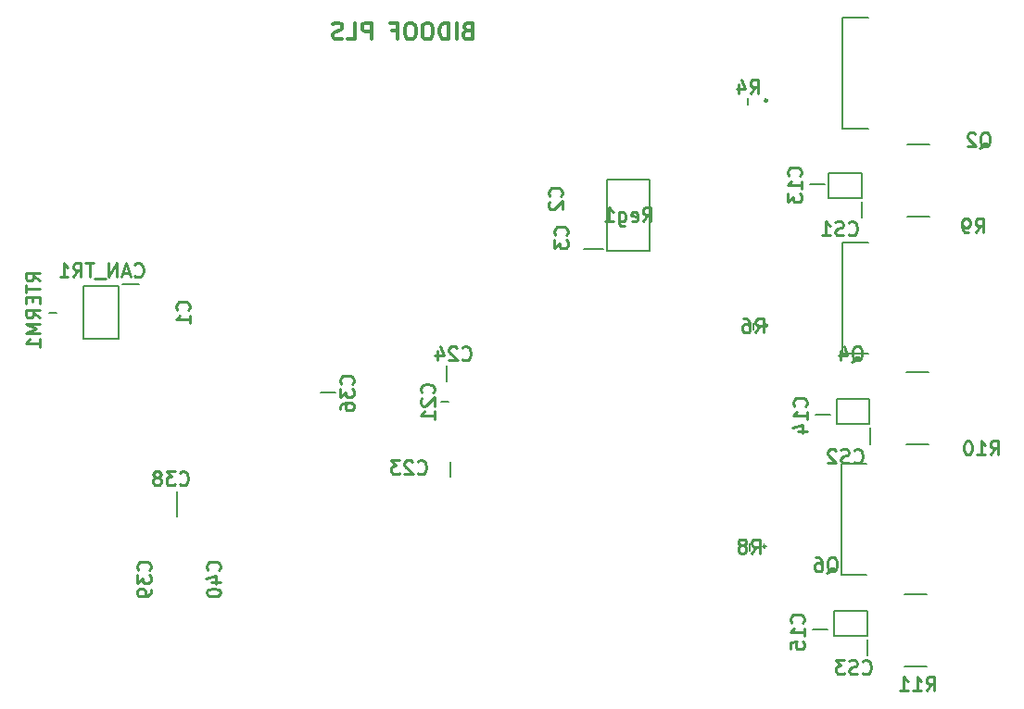
<source format=gbr>
G04 #@! TF.GenerationSoftware,KiCad,Pcbnew,5.1.4-e60b266~84~ubuntu19.04.1*
G04 #@! TF.CreationDate,2019-10-16T08:44:26-04:00*
G04 #@! TF.ProjectId,DSC_motor_controller,4453435f-6d6f-4746-9f72-5f636f6e7472,1*
G04 #@! TF.SameCoordinates,Original*
G04 #@! TF.FileFunction,Legend,Bot*
G04 #@! TF.FilePolarity,Positive*
%FSLAX46Y46*%
G04 Gerber Fmt 4.6, Leading zero omitted, Abs format (unit mm)*
G04 Created by KiCad (PCBNEW 5.1.4-e60b266~84~ubuntu19.04.1) date 2019-10-16 08:44:26*
%MOMM*%
%LPD*%
G04 APERTURE LIST*
%ADD10C,0.300000*%
%ADD11C,0.200000*%
%ADD12C,0.254000*%
G04 APERTURE END LIST*
D10*
X128207142Y-72842857D02*
X127992857Y-72914285D01*
X127921428Y-72985714D01*
X127850000Y-73128571D01*
X127850000Y-73342857D01*
X127921428Y-73485714D01*
X127992857Y-73557142D01*
X128135714Y-73628571D01*
X128707142Y-73628571D01*
X128707142Y-72128571D01*
X128207142Y-72128571D01*
X128064285Y-72200000D01*
X127992857Y-72271428D01*
X127921428Y-72414285D01*
X127921428Y-72557142D01*
X127992857Y-72700000D01*
X128064285Y-72771428D01*
X128207142Y-72842857D01*
X128707142Y-72842857D01*
X127207142Y-73628571D02*
X127207142Y-72128571D01*
X126492857Y-73628571D02*
X126492857Y-72128571D01*
X126135714Y-72128571D01*
X125921428Y-72200000D01*
X125778571Y-72342857D01*
X125707142Y-72485714D01*
X125635714Y-72771428D01*
X125635714Y-72985714D01*
X125707142Y-73271428D01*
X125778571Y-73414285D01*
X125921428Y-73557142D01*
X126135714Y-73628571D01*
X126492857Y-73628571D01*
X124707142Y-72128571D02*
X124421428Y-72128571D01*
X124278571Y-72200000D01*
X124135714Y-72342857D01*
X124064285Y-72628571D01*
X124064285Y-73128571D01*
X124135714Y-73414285D01*
X124278571Y-73557142D01*
X124421428Y-73628571D01*
X124707142Y-73628571D01*
X124850000Y-73557142D01*
X124992857Y-73414285D01*
X125064285Y-73128571D01*
X125064285Y-72628571D01*
X124992857Y-72342857D01*
X124850000Y-72200000D01*
X124707142Y-72128571D01*
X123135714Y-72128571D02*
X122850000Y-72128571D01*
X122707142Y-72200000D01*
X122564285Y-72342857D01*
X122492857Y-72628571D01*
X122492857Y-73128571D01*
X122564285Y-73414285D01*
X122707142Y-73557142D01*
X122850000Y-73628571D01*
X123135714Y-73628571D01*
X123278571Y-73557142D01*
X123421428Y-73414285D01*
X123492857Y-73128571D01*
X123492857Y-72628571D01*
X123421428Y-72342857D01*
X123278571Y-72200000D01*
X123135714Y-72128571D01*
X121350000Y-72842857D02*
X121850000Y-72842857D01*
X121850000Y-73628571D02*
X121850000Y-72128571D01*
X121135714Y-72128571D01*
X119421428Y-73628571D02*
X119421428Y-72128571D01*
X118850000Y-72128571D01*
X118707142Y-72200000D01*
X118635714Y-72271428D01*
X118564285Y-72414285D01*
X118564285Y-72628571D01*
X118635714Y-72771428D01*
X118707142Y-72842857D01*
X118850000Y-72914285D01*
X119421428Y-72914285D01*
X117207142Y-73628571D02*
X117921428Y-73628571D01*
X117921428Y-72128571D01*
X116778571Y-73557142D02*
X116564285Y-73628571D01*
X116207142Y-73628571D01*
X116064285Y-73557142D01*
X115992857Y-73485714D01*
X115921428Y-73342857D01*
X115921428Y-73200000D01*
X115992857Y-73057142D01*
X116064285Y-72985714D01*
X116207142Y-72914285D01*
X116492857Y-72842857D01*
X116635714Y-72771428D01*
X116707142Y-72700000D01*
X116778571Y-72557142D01*
X116778571Y-72414285D01*
X116707142Y-72271428D01*
X116635714Y-72200000D01*
X116492857Y-72128571D01*
X116135714Y-72128571D01*
X115921428Y-72200000D01*
D11*
X161129000Y-127644000D02*
X159729000Y-127644000D01*
D12*
X155592160Y-99804000D02*
G75*
G03X155592160Y-99804000I-113160J0D01*
G01*
D11*
X162485000Y-102422000D02*
X164816000Y-102422000D01*
X162485000Y-92262000D02*
X164816000Y-92262000D01*
X162485000Y-102422000D02*
X162485000Y-92262000D01*
X170132000Y-130994000D02*
X168132000Y-130994000D01*
X170132000Y-124394000D02*
X168132000Y-124394000D01*
D12*
X155458160Y-119997000D02*
G75*
G03X155458160Y-119997000I-113160J0D01*
G01*
D11*
X162351000Y-122615000D02*
X164682000Y-122615000D01*
X162351000Y-112455000D02*
X164682000Y-112455000D01*
X162351000Y-122615000D02*
X162351000Y-112455000D01*
D12*
X155592160Y-79230000D02*
G75*
G03X155592160Y-79230000I-113160J0D01*
G01*
D11*
X162485000Y-81848000D02*
X164816000Y-81848000D01*
X162485000Y-71688000D02*
X164816000Y-71688000D01*
X162485000Y-81848000D02*
X162485000Y-71688000D01*
X170319000Y-110675000D02*
X168319000Y-110675000D01*
X170319000Y-104075000D02*
X168319000Y-104075000D01*
X170379000Y-89846000D02*
X168379000Y-89846000D01*
X170379000Y-83246000D02*
X168379000Y-83246000D01*
X101679000Y-117288000D02*
X101679000Y-114988000D01*
X125839000Y-106778000D02*
X126439000Y-106778000D01*
X126647000Y-112263000D02*
X126647000Y-113663000D01*
X126317000Y-103500000D02*
X126317000Y-104900000D01*
X138878000Y-92847000D02*
X140628000Y-92847000D01*
X140978000Y-86472000D02*
X140978000Y-92972000D01*
X144828000Y-86472000D02*
X140978000Y-86472000D01*
X144828000Y-92972000D02*
X144828000Y-86472000D01*
X140978000Y-92972000D02*
X144828000Y-92972000D01*
X90650000Y-98650000D02*
X90000000Y-98650000D01*
X153952000Y-120400000D02*
X153952000Y-119750000D01*
X154295000Y-100207000D02*
X154295000Y-99557000D01*
X153825000Y-79633000D02*
X153825000Y-78983000D01*
X164773000Y-130010000D02*
X164773000Y-128560000D01*
X161723000Y-128210000D02*
X164723000Y-128210000D01*
X161723000Y-125910000D02*
X161723000Y-128210000D01*
X164723000Y-125910000D02*
X161723000Y-125910000D01*
X164723000Y-128210000D02*
X164723000Y-125910000D01*
X164963500Y-110645000D02*
X164963500Y-109195000D01*
X161913500Y-108845000D02*
X164913500Y-108845000D01*
X161913500Y-106545000D02*
X161913500Y-108845000D01*
X164913500Y-106545000D02*
X161913500Y-106545000D01*
X164913500Y-108845000D02*
X164913500Y-106545000D01*
X164265000Y-89941500D02*
X164265000Y-88491500D01*
X161215000Y-88141500D02*
X164215000Y-88141500D01*
X161215000Y-85841500D02*
X161215000Y-88141500D01*
X164215000Y-85841500D02*
X161215000Y-85841500D01*
X164215000Y-88141500D02*
X164215000Y-85841500D01*
X98181500Y-96032000D02*
X96656500Y-96032000D01*
X96306500Y-101062000D02*
X96306500Y-96162000D01*
X93106500Y-101062000D02*
X96306500Y-101062000D01*
X93106500Y-96162000D02*
X93106500Y-101062000D01*
X96306500Y-96162000D02*
X93106500Y-96162000D01*
X116171000Y-105978000D02*
X114771000Y-105978000D01*
X161383000Y-108010000D02*
X159983000Y-108010000D01*
X159475000Y-86928000D02*
X160875000Y-86928000D01*
D12*
X158850571Y-127005571D02*
X158911047Y-126945095D01*
X158971523Y-126763666D01*
X158971523Y-126642714D01*
X158911047Y-126461285D01*
X158790095Y-126340333D01*
X158669142Y-126279857D01*
X158427238Y-126219380D01*
X158245809Y-126219380D01*
X158003904Y-126279857D01*
X157882952Y-126340333D01*
X157762000Y-126461285D01*
X157701523Y-126642714D01*
X157701523Y-126763666D01*
X157762000Y-126945095D01*
X157822476Y-127005571D01*
X158971523Y-128215095D02*
X158971523Y-127489380D01*
X158971523Y-127852238D02*
X157701523Y-127852238D01*
X157882952Y-127731285D01*
X158003904Y-127610333D01*
X158064380Y-127489380D01*
X157701523Y-129364142D02*
X157701523Y-128759380D01*
X158306285Y-128698904D01*
X158245809Y-128759380D01*
X158185333Y-128880333D01*
X158185333Y-129182714D01*
X158245809Y-129303666D01*
X158306285Y-129364142D01*
X158427238Y-129424619D01*
X158729619Y-129424619D01*
X158850571Y-129364142D01*
X158911047Y-129303666D01*
X158971523Y-129182714D01*
X158971523Y-128880333D01*
X158911047Y-128759380D01*
X158850571Y-128698904D01*
X105510571Y-122179571D02*
X105571047Y-122119095D01*
X105631523Y-121937666D01*
X105631523Y-121816714D01*
X105571047Y-121635285D01*
X105450095Y-121514333D01*
X105329142Y-121453857D01*
X105087238Y-121393380D01*
X104905809Y-121393380D01*
X104663904Y-121453857D01*
X104542952Y-121514333D01*
X104422000Y-121635285D01*
X104361523Y-121816714D01*
X104361523Y-121937666D01*
X104422000Y-122119095D01*
X104482476Y-122179571D01*
X104784857Y-123268142D02*
X105631523Y-123268142D01*
X104301047Y-122965761D02*
X105208190Y-122663380D01*
X105208190Y-123449571D01*
X104361523Y-124175285D02*
X104361523Y-124296238D01*
X104422000Y-124417190D01*
X104482476Y-124477666D01*
X104603428Y-124538142D01*
X104845333Y-124598619D01*
X105147714Y-124598619D01*
X105389619Y-124538142D01*
X105510571Y-124477666D01*
X105571047Y-124417190D01*
X105631523Y-124296238D01*
X105631523Y-124175285D01*
X105571047Y-124054333D01*
X105510571Y-123993857D01*
X105389619Y-123933380D01*
X105147714Y-123872904D01*
X104845333Y-123872904D01*
X104603428Y-123933380D01*
X104482476Y-123993857D01*
X104422000Y-124054333D01*
X104361523Y-124175285D01*
X99160571Y-122179571D02*
X99221047Y-122119095D01*
X99281523Y-121937666D01*
X99281523Y-121816714D01*
X99221047Y-121635285D01*
X99100095Y-121514333D01*
X98979142Y-121453857D01*
X98737238Y-121393380D01*
X98555809Y-121393380D01*
X98313904Y-121453857D01*
X98192952Y-121514333D01*
X98072000Y-121635285D01*
X98011523Y-121816714D01*
X98011523Y-121937666D01*
X98072000Y-122119095D01*
X98132476Y-122179571D01*
X98011523Y-122602904D02*
X98011523Y-123389095D01*
X98495333Y-122965761D01*
X98495333Y-123147190D01*
X98555809Y-123268142D01*
X98616285Y-123328619D01*
X98737238Y-123389095D01*
X99039619Y-123389095D01*
X99160571Y-123328619D01*
X99221047Y-123268142D01*
X99281523Y-123147190D01*
X99281523Y-122784333D01*
X99221047Y-122663380D01*
X99160571Y-122602904D01*
X99281523Y-123993857D02*
X99281523Y-124235761D01*
X99221047Y-124356714D01*
X99160571Y-124417190D01*
X98979142Y-124538142D01*
X98737238Y-124598619D01*
X98253428Y-124598619D01*
X98132476Y-124538142D01*
X98072000Y-124477666D01*
X98011523Y-124356714D01*
X98011523Y-124114809D01*
X98072000Y-123993857D01*
X98132476Y-123933380D01*
X98253428Y-123872904D01*
X98555809Y-123872904D01*
X98676761Y-123933380D01*
X98737238Y-123993857D01*
X98797714Y-124114809D01*
X98797714Y-124356714D01*
X98737238Y-124477666D01*
X98676761Y-124538142D01*
X98555809Y-124598619D01*
X102716571Y-98400333D02*
X102777047Y-98339857D01*
X102837523Y-98158428D01*
X102837523Y-98037476D01*
X102777047Y-97856047D01*
X102656095Y-97735095D01*
X102535142Y-97674619D01*
X102293238Y-97614142D01*
X102111809Y-97614142D01*
X101869904Y-97674619D01*
X101748952Y-97735095D01*
X101628000Y-97856047D01*
X101567523Y-98037476D01*
X101567523Y-98158428D01*
X101628000Y-98339857D01*
X101688476Y-98400333D01*
X102837523Y-99609857D02*
X102837523Y-98884142D01*
X102837523Y-99247000D02*
X101567523Y-99247000D01*
X101748952Y-99126047D01*
X101869904Y-99005095D01*
X101930380Y-98884142D01*
X163343952Y-103117476D02*
X163464904Y-103057000D01*
X163585857Y-102936047D01*
X163767285Y-102754619D01*
X163888238Y-102694142D01*
X164009190Y-102694142D01*
X163948714Y-102996523D02*
X164069666Y-102936047D01*
X164190619Y-102815095D01*
X164251095Y-102573190D01*
X164251095Y-102149857D01*
X164190619Y-101907952D01*
X164069666Y-101787000D01*
X163948714Y-101726523D01*
X163706809Y-101726523D01*
X163585857Y-101787000D01*
X163464904Y-101907952D01*
X163404428Y-102149857D01*
X163404428Y-102573190D01*
X163464904Y-102815095D01*
X163585857Y-102936047D01*
X163706809Y-102996523D01*
X163948714Y-102996523D01*
X162315857Y-102149857D02*
X162315857Y-102996523D01*
X162618238Y-101666047D02*
X162920619Y-102573190D01*
X162134428Y-102573190D01*
X170135428Y-133222523D02*
X170558761Y-132617761D01*
X170861142Y-133222523D02*
X170861142Y-131952523D01*
X170377333Y-131952523D01*
X170256380Y-132013000D01*
X170195904Y-132073476D01*
X170135428Y-132194428D01*
X170135428Y-132375857D01*
X170195904Y-132496809D01*
X170256380Y-132557285D01*
X170377333Y-132617761D01*
X170861142Y-132617761D01*
X168925904Y-133222523D02*
X169651619Y-133222523D01*
X169288761Y-133222523D02*
X169288761Y-131952523D01*
X169409714Y-132133952D01*
X169530666Y-132254904D01*
X169651619Y-132315380D01*
X167716380Y-133222523D02*
X168442095Y-133222523D01*
X168079238Y-133222523D02*
X168079238Y-131952523D01*
X168200190Y-132133952D01*
X168321142Y-132254904D01*
X168442095Y-132315380D01*
X161057952Y-122421476D02*
X161178904Y-122361000D01*
X161299857Y-122240047D01*
X161481285Y-122058619D01*
X161602238Y-121998142D01*
X161723190Y-121998142D01*
X161662714Y-122300523D02*
X161783666Y-122240047D01*
X161904619Y-122119095D01*
X161965095Y-121877190D01*
X161965095Y-121453857D01*
X161904619Y-121211952D01*
X161783666Y-121091000D01*
X161662714Y-121030523D01*
X161420809Y-121030523D01*
X161299857Y-121091000D01*
X161178904Y-121211952D01*
X161118428Y-121453857D01*
X161118428Y-121877190D01*
X161178904Y-122119095D01*
X161299857Y-122240047D01*
X161420809Y-122300523D01*
X161662714Y-122300523D01*
X160029857Y-121030523D02*
X160271761Y-121030523D01*
X160392714Y-121091000D01*
X160453190Y-121151476D01*
X160574142Y-121332904D01*
X160634619Y-121574809D01*
X160634619Y-122058619D01*
X160574142Y-122179571D01*
X160513666Y-122240047D01*
X160392714Y-122300523D01*
X160150809Y-122300523D01*
X160029857Y-122240047D01*
X159969380Y-122179571D01*
X159908904Y-122058619D01*
X159908904Y-121756238D01*
X159969380Y-121635285D01*
X160029857Y-121574809D01*
X160150809Y-121514333D01*
X160392714Y-121514333D01*
X160513666Y-121574809D01*
X160574142Y-121635285D01*
X160634619Y-121756238D01*
X175027952Y-83559476D02*
X175148904Y-83499000D01*
X175269857Y-83378047D01*
X175451285Y-83196619D01*
X175572238Y-83136142D01*
X175693190Y-83136142D01*
X175632714Y-83438523D02*
X175753666Y-83378047D01*
X175874619Y-83257095D01*
X175935095Y-83015190D01*
X175935095Y-82591857D01*
X175874619Y-82349952D01*
X175753666Y-82229000D01*
X175632714Y-82168523D01*
X175390809Y-82168523D01*
X175269857Y-82229000D01*
X175148904Y-82349952D01*
X175088428Y-82591857D01*
X175088428Y-83015190D01*
X175148904Y-83257095D01*
X175269857Y-83378047D01*
X175390809Y-83438523D01*
X175632714Y-83438523D01*
X174604619Y-82289476D02*
X174544142Y-82229000D01*
X174423190Y-82168523D01*
X174120809Y-82168523D01*
X173999857Y-82229000D01*
X173939380Y-82289476D01*
X173878904Y-82410428D01*
X173878904Y-82531380D01*
X173939380Y-82712809D01*
X174665095Y-83438523D01*
X173878904Y-83438523D01*
X175977428Y-111632523D02*
X176400761Y-111027761D01*
X176703142Y-111632523D02*
X176703142Y-110362523D01*
X176219333Y-110362523D01*
X176098380Y-110423000D01*
X176037904Y-110483476D01*
X175977428Y-110604428D01*
X175977428Y-110785857D01*
X176037904Y-110906809D01*
X176098380Y-110967285D01*
X176219333Y-111027761D01*
X176703142Y-111027761D01*
X174767904Y-111632523D02*
X175493619Y-111632523D01*
X175130761Y-111632523D02*
X175130761Y-110362523D01*
X175251714Y-110543952D01*
X175372666Y-110664904D01*
X175493619Y-110725380D01*
X173981714Y-110362523D02*
X173860761Y-110362523D01*
X173739809Y-110423000D01*
X173679333Y-110483476D01*
X173618857Y-110604428D01*
X173558380Y-110846333D01*
X173558380Y-111148714D01*
X173618857Y-111390619D01*
X173679333Y-111511571D01*
X173739809Y-111572047D01*
X173860761Y-111632523D01*
X173981714Y-111632523D01*
X174102666Y-111572047D01*
X174163142Y-111511571D01*
X174223619Y-111390619D01*
X174284095Y-111148714D01*
X174284095Y-110846333D01*
X174223619Y-110604428D01*
X174163142Y-110483476D01*
X174102666Y-110423000D01*
X173981714Y-110362523D01*
X174610666Y-91312523D02*
X175034000Y-90707761D01*
X175336380Y-91312523D02*
X175336380Y-90042523D01*
X174852571Y-90042523D01*
X174731619Y-90103000D01*
X174671142Y-90163476D01*
X174610666Y-90284428D01*
X174610666Y-90465857D01*
X174671142Y-90586809D01*
X174731619Y-90647285D01*
X174852571Y-90707761D01*
X175336380Y-90707761D01*
X174005904Y-91312523D02*
X173764000Y-91312523D01*
X173643047Y-91252047D01*
X173582571Y-91191571D01*
X173461619Y-91010142D01*
X173401142Y-90768238D01*
X173401142Y-90284428D01*
X173461619Y-90163476D01*
X173522095Y-90103000D01*
X173643047Y-90042523D01*
X173884952Y-90042523D01*
X174005904Y-90103000D01*
X174066380Y-90163476D01*
X174126857Y-90284428D01*
X174126857Y-90586809D01*
X174066380Y-90707761D01*
X174005904Y-90768238D01*
X173884952Y-90828714D01*
X173643047Y-90828714D01*
X173522095Y-90768238D01*
X173461619Y-90707761D01*
X173401142Y-90586809D01*
X101911428Y-114305571D02*
X101971904Y-114366047D01*
X102153333Y-114426523D01*
X102274285Y-114426523D01*
X102455714Y-114366047D01*
X102576666Y-114245095D01*
X102637142Y-114124142D01*
X102697619Y-113882238D01*
X102697619Y-113700809D01*
X102637142Y-113458904D01*
X102576666Y-113337952D01*
X102455714Y-113217000D01*
X102274285Y-113156523D01*
X102153333Y-113156523D01*
X101971904Y-113217000D01*
X101911428Y-113277476D01*
X101488095Y-113156523D02*
X100701904Y-113156523D01*
X101125238Y-113640333D01*
X100943809Y-113640333D01*
X100822857Y-113700809D01*
X100762380Y-113761285D01*
X100701904Y-113882238D01*
X100701904Y-114184619D01*
X100762380Y-114305571D01*
X100822857Y-114366047D01*
X100943809Y-114426523D01*
X101306666Y-114426523D01*
X101427619Y-114366047D01*
X101488095Y-114305571D01*
X99976190Y-113700809D02*
X100097142Y-113640333D01*
X100157619Y-113579857D01*
X100218095Y-113458904D01*
X100218095Y-113398428D01*
X100157619Y-113277476D01*
X100097142Y-113217000D01*
X99976190Y-113156523D01*
X99734285Y-113156523D01*
X99613333Y-113217000D01*
X99552857Y-113277476D01*
X99492380Y-113398428D01*
X99492380Y-113458904D01*
X99552857Y-113579857D01*
X99613333Y-113640333D01*
X99734285Y-113700809D01*
X99976190Y-113700809D01*
X100097142Y-113761285D01*
X100157619Y-113821761D01*
X100218095Y-113942714D01*
X100218095Y-114184619D01*
X100157619Y-114305571D01*
X100097142Y-114366047D01*
X99976190Y-114426523D01*
X99734285Y-114426523D01*
X99613333Y-114366047D01*
X99552857Y-114305571D01*
X99492380Y-114184619D01*
X99492380Y-113942714D01*
X99552857Y-113821761D01*
X99613333Y-113761285D01*
X99734285Y-113700809D01*
X137260571Y-91542333D02*
X137321047Y-91481857D01*
X137381523Y-91300428D01*
X137381523Y-91179476D01*
X137321047Y-90998047D01*
X137200095Y-90877095D01*
X137079142Y-90816619D01*
X136837238Y-90756142D01*
X136655809Y-90756142D01*
X136413904Y-90816619D01*
X136292952Y-90877095D01*
X136172000Y-90998047D01*
X136111523Y-91179476D01*
X136111523Y-91300428D01*
X136172000Y-91481857D01*
X136232476Y-91542333D01*
X136111523Y-91965666D02*
X136111523Y-92751857D01*
X136595333Y-92328523D01*
X136595333Y-92509952D01*
X136655809Y-92630904D01*
X136716285Y-92691380D01*
X136837238Y-92751857D01*
X137139619Y-92751857D01*
X137260571Y-92691380D01*
X137321047Y-92630904D01*
X137381523Y-92509952D01*
X137381523Y-92147095D01*
X137321047Y-92026142D01*
X137260571Y-91965666D01*
X136752571Y-87986333D02*
X136813047Y-87925857D01*
X136873523Y-87744428D01*
X136873523Y-87623476D01*
X136813047Y-87442047D01*
X136692095Y-87321095D01*
X136571142Y-87260619D01*
X136329238Y-87200142D01*
X136147809Y-87200142D01*
X135905904Y-87260619D01*
X135784952Y-87321095D01*
X135664000Y-87442047D01*
X135603523Y-87623476D01*
X135603523Y-87744428D01*
X135664000Y-87925857D01*
X135724476Y-87986333D01*
X135724476Y-88470142D02*
X135664000Y-88530619D01*
X135603523Y-88651571D01*
X135603523Y-88953952D01*
X135664000Y-89074904D01*
X135724476Y-89135380D01*
X135845428Y-89195857D01*
X135966380Y-89195857D01*
X136147809Y-89135380D01*
X136873523Y-88409666D01*
X136873523Y-89195857D01*
X125068571Y-105961571D02*
X125129047Y-105901095D01*
X125189523Y-105719666D01*
X125189523Y-105598714D01*
X125129047Y-105417285D01*
X125008095Y-105296333D01*
X124887142Y-105235857D01*
X124645238Y-105175380D01*
X124463809Y-105175380D01*
X124221904Y-105235857D01*
X124100952Y-105296333D01*
X123980000Y-105417285D01*
X123919523Y-105598714D01*
X123919523Y-105719666D01*
X123980000Y-105901095D01*
X124040476Y-105961571D01*
X124040476Y-106445380D02*
X123980000Y-106505857D01*
X123919523Y-106626809D01*
X123919523Y-106929190D01*
X123980000Y-107050142D01*
X124040476Y-107110619D01*
X124161428Y-107171095D01*
X124282380Y-107171095D01*
X124463809Y-107110619D01*
X125189523Y-106384904D01*
X125189523Y-107171095D01*
X125189523Y-108380619D02*
X125189523Y-107654904D01*
X125189523Y-108017761D02*
X123919523Y-108017761D01*
X124100952Y-107896809D01*
X124221904Y-107775857D01*
X124282380Y-107654904D01*
X123653428Y-113289571D02*
X123713904Y-113350047D01*
X123895333Y-113410523D01*
X124016285Y-113410523D01*
X124197714Y-113350047D01*
X124318666Y-113229095D01*
X124379142Y-113108142D01*
X124439619Y-112866238D01*
X124439619Y-112684809D01*
X124379142Y-112442904D01*
X124318666Y-112321952D01*
X124197714Y-112201000D01*
X124016285Y-112140523D01*
X123895333Y-112140523D01*
X123713904Y-112201000D01*
X123653428Y-112261476D01*
X123169619Y-112261476D02*
X123109142Y-112201000D01*
X122988190Y-112140523D01*
X122685809Y-112140523D01*
X122564857Y-112201000D01*
X122504380Y-112261476D01*
X122443904Y-112382428D01*
X122443904Y-112503380D01*
X122504380Y-112684809D01*
X123230095Y-113410523D01*
X122443904Y-113410523D01*
X122020571Y-112140523D02*
X121234380Y-112140523D01*
X121657714Y-112624333D01*
X121476285Y-112624333D01*
X121355333Y-112684809D01*
X121294857Y-112745285D01*
X121234380Y-112866238D01*
X121234380Y-113168619D01*
X121294857Y-113289571D01*
X121355333Y-113350047D01*
X121476285Y-113410523D01*
X121839142Y-113410523D01*
X121960095Y-113350047D01*
X122020571Y-113289571D01*
X127717428Y-102875571D02*
X127777904Y-102936047D01*
X127959333Y-102996523D01*
X128080285Y-102996523D01*
X128261714Y-102936047D01*
X128382666Y-102815095D01*
X128443142Y-102694142D01*
X128503619Y-102452238D01*
X128503619Y-102270809D01*
X128443142Y-102028904D01*
X128382666Y-101907952D01*
X128261714Y-101787000D01*
X128080285Y-101726523D01*
X127959333Y-101726523D01*
X127777904Y-101787000D01*
X127717428Y-101847476D01*
X127233619Y-101847476D02*
X127173142Y-101787000D01*
X127052190Y-101726523D01*
X126749809Y-101726523D01*
X126628857Y-101787000D01*
X126568380Y-101847476D01*
X126507904Y-101968428D01*
X126507904Y-102089380D01*
X126568380Y-102270809D01*
X127294095Y-102996523D01*
X126507904Y-102996523D01*
X125419333Y-102149857D02*
X125419333Y-102996523D01*
X125721714Y-101666047D02*
X126024095Y-102573190D01*
X125237904Y-102573190D01*
X144233476Y-90296523D02*
X144656809Y-89691761D01*
X144959190Y-90296523D02*
X144959190Y-89026523D01*
X144475380Y-89026523D01*
X144354428Y-89087000D01*
X144293952Y-89147476D01*
X144233476Y-89268428D01*
X144233476Y-89449857D01*
X144293952Y-89570809D01*
X144354428Y-89631285D01*
X144475380Y-89691761D01*
X144959190Y-89691761D01*
X143205380Y-90236047D02*
X143326333Y-90296523D01*
X143568238Y-90296523D01*
X143689190Y-90236047D01*
X143749666Y-90115095D01*
X143749666Y-89631285D01*
X143689190Y-89510333D01*
X143568238Y-89449857D01*
X143326333Y-89449857D01*
X143205380Y-89510333D01*
X143144904Y-89631285D01*
X143144904Y-89752238D01*
X143749666Y-89873190D01*
X142056333Y-89449857D02*
X142056333Y-90477952D01*
X142116809Y-90598904D01*
X142177285Y-90659380D01*
X142298238Y-90719857D01*
X142479666Y-90719857D01*
X142600619Y-90659380D01*
X142056333Y-90236047D02*
X142177285Y-90296523D01*
X142419190Y-90296523D01*
X142540142Y-90236047D01*
X142600619Y-90175571D01*
X142661095Y-90054619D01*
X142661095Y-89691761D01*
X142600619Y-89570809D01*
X142540142Y-89510333D01*
X142419190Y-89449857D01*
X142177285Y-89449857D01*
X142056333Y-89510333D01*
X140786333Y-90296523D02*
X141512047Y-90296523D01*
X141149190Y-90296523D02*
X141149190Y-89026523D01*
X141270142Y-89207952D01*
X141391095Y-89328904D01*
X141512047Y-89389380D01*
X89121523Y-95727285D02*
X88516761Y-95303952D01*
X89121523Y-95001571D02*
X87851523Y-95001571D01*
X87851523Y-95485380D01*
X87912000Y-95606333D01*
X87972476Y-95666809D01*
X88093428Y-95727285D01*
X88274857Y-95727285D01*
X88395809Y-95666809D01*
X88456285Y-95606333D01*
X88516761Y-95485380D01*
X88516761Y-95001571D01*
X87851523Y-96090142D02*
X87851523Y-96815857D01*
X89121523Y-96453000D02*
X87851523Y-96453000D01*
X88456285Y-97239190D02*
X88456285Y-97662523D01*
X89121523Y-97843952D02*
X89121523Y-97239190D01*
X87851523Y-97239190D01*
X87851523Y-97843952D01*
X89121523Y-99113952D02*
X88516761Y-98690619D01*
X89121523Y-98388238D02*
X87851523Y-98388238D01*
X87851523Y-98872047D01*
X87912000Y-98993000D01*
X87972476Y-99053476D01*
X88093428Y-99113952D01*
X88274857Y-99113952D01*
X88395809Y-99053476D01*
X88456285Y-98993000D01*
X88516761Y-98872047D01*
X88516761Y-98388238D01*
X89121523Y-99658238D02*
X87851523Y-99658238D01*
X88758666Y-100081571D01*
X87851523Y-100504904D01*
X89121523Y-100504904D01*
X89121523Y-101774904D02*
X89121523Y-101049190D01*
X89121523Y-101412047D02*
X87851523Y-101412047D01*
X88032952Y-101291095D01*
X88153904Y-101170142D01*
X88214380Y-101049190D01*
X154163666Y-120649523D02*
X154587000Y-120044761D01*
X154889380Y-120649523D02*
X154889380Y-119379523D01*
X154405571Y-119379523D01*
X154284619Y-119440000D01*
X154224142Y-119500476D01*
X154163666Y-119621428D01*
X154163666Y-119802857D01*
X154224142Y-119923809D01*
X154284619Y-119984285D01*
X154405571Y-120044761D01*
X154889380Y-120044761D01*
X153437952Y-119923809D02*
X153558904Y-119863333D01*
X153619380Y-119802857D01*
X153679857Y-119681904D01*
X153679857Y-119621428D01*
X153619380Y-119500476D01*
X153558904Y-119440000D01*
X153437952Y-119379523D01*
X153196047Y-119379523D01*
X153075095Y-119440000D01*
X153014619Y-119500476D01*
X152954142Y-119621428D01*
X152954142Y-119681904D01*
X153014619Y-119802857D01*
X153075095Y-119863333D01*
X153196047Y-119923809D01*
X153437952Y-119923809D01*
X153558904Y-119984285D01*
X153619380Y-120044761D01*
X153679857Y-120165714D01*
X153679857Y-120407619D01*
X153619380Y-120528571D01*
X153558904Y-120589047D01*
X153437952Y-120649523D01*
X153196047Y-120649523D01*
X153075095Y-120589047D01*
X153014619Y-120528571D01*
X152954142Y-120407619D01*
X152954142Y-120165714D01*
X153014619Y-120044761D01*
X153075095Y-119984285D01*
X153196047Y-119923809D01*
X154506666Y-100456523D02*
X154930000Y-99851761D01*
X155232380Y-100456523D02*
X155232380Y-99186523D01*
X154748571Y-99186523D01*
X154627619Y-99247000D01*
X154567142Y-99307476D01*
X154506666Y-99428428D01*
X154506666Y-99609857D01*
X154567142Y-99730809D01*
X154627619Y-99791285D01*
X154748571Y-99851761D01*
X155232380Y-99851761D01*
X153418095Y-99186523D02*
X153660000Y-99186523D01*
X153780952Y-99247000D01*
X153841428Y-99307476D01*
X153962380Y-99488904D01*
X154022857Y-99730809D01*
X154022857Y-100214619D01*
X153962380Y-100335571D01*
X153901904Y-100396047D01*
X153780952Y-100456523D01*
X153539047Y-100456523D01*
X153418095Y-100396047D01*
X153357619Y-100335571D01*
X153297142Y-100214619D01*
X153297142Y-99912238D01*
X153357619Y-99791285D01*
X153418095Y-99730809D01*
X153539047Y-99670333D01*
X153780952Y-99670333D01*
X153901904Y-99730809D01*
X153962380Y-99791285D01*
X154022857Y-99912238D01*
X154036666Y-78612523D02*
X154460000Y-78007761D01*
X154762380Y-78612523D02*
X154762380Y-77342523D01*
X154278571Y-77342523D01*
X154157619Y-77403000D01*
X154097142Y-77463476D01*
X154036666Y-77584428D01*
X154036666Y-77765857D01*
X154097142Y-77886809D01*
X154157619Y-77947285D01*
X154278571Y-78007761D01*
X154762380Y-78007761D01*
X152948095Y-77765857D02*
X152948095Y-78612523D01*
X153250476Y-77282047D02*
X153552857Y-78189190D01*
X152766666Y-78189190D01*
X164293428Y-131577571D02*
X164353904Y-131638047D01*
X164535333Y-131698523D01*
X164656285Y-131698523D01*
X164837714Y-131638047D01*
X164958666Y-131517095D01*
X165019142Y-131396142D01*
X165079619Y-131154238D01*
X165079619Y-130972809D01*
X165019142Y-130730904D01*
X164958666Y-130609952D01*
X164837714Y-130489000D01*
X164656285Y-130428523D01*
X164535333Y-130428523D01*
X164353904Y-130489000D01*
X164293428Y-130549476D01*
X163809619Y-131638047D02*
X163628190Y-131698523D01*
X163325809Y-131698523D01*
X163204857Y-131638047D01*
X163144380Y-131577571D01*
X163083904Y-131456619D01*
X163083904Y-131335666D01*
X163144380Y-131214714D01*
X163204857Y-131154238D01*
X163325809Y-131093761D01*
X163567714Y-131033285D01*
X163688666Y-130972809D01*
X163749142Y-130912333D01*
X163809619Y-130791380D01*
X163809619Y-130670428D01*
X163749142Y-130549476D01*
X163688666Y-130489000D01*
X163567714Y-130428523D01*
X163265333Y-130428523D01*
X163083904Y-130489000D01*
X162660571Y-130428523D02*
X161874380Y-130428523D01*
X162297714Y-130912333D01*
X162116285Y-130912333D01*
X161995333Y-130972809D01*
X161934857Y-131033285D01*
X161874380Y-131154238D01*
X161874380Y-131456619D01*
X161934857Y-131577571D01*
X161995333Y-131638047D01*
X162116285Y-131698523D01*
X162479142Y-131698523D01*
X162600095Y-131638047D01*
X162660571Y-131577571D01*
X163531428Y-112273571D02*
X163591904Y-112334047D01*
X163773333Y-112394523D01*
X163894285Y-112394523D01*
X164075714Y-112334047D01*
X164196666Y-112213095D01*
X164257142Y-112092142D01*
X164317619Y-111850238D01*
X164317619Y-111668809D01*
X164257142Y-111426904D01*
X164196666Y-111305952D01*
X164075714Y-111185000D01*
X163894285Y-111124523D01*
X163773333Y-111124523D01*
X163591904Y-111185000D01*
X163531428Y-111245476D01*
X163047619Y-112334047D02*
X162866190Y-112394523D01*
X162563809Y-112394523D01*
X162442857Y-112334047D01*
X162382380Y-112273571D01*
X162321904Y-112152619D01*
X162321904Y-112031666D01*
X162382380Y-111910714D01*
X162442857Y-111850238D01*
X162563809Y-111789761D01*
X162805714Y-111729285D01*
X162926666Y-111668809D01*
X162987142Y-111608333D01*
X163047619Y-111487380D01*
X163047619Y-111366428D01*
X162987142Y-111245476D01*
X162926666Y-111185000D01*
X162805714Y-111124523D01*
X162503333Y-111124523D01*
X162321904Y-111185000D01*
X161838095Y-111245476D02*
X161777619Y-111185000D01*
X161656666Y-111124523D01*
X161354285Y-111124523D01*
X161233333Y-111185000D01*
X161172857Y-111245476D01*
X161112380Y-111366428D01*
X161112380Y-111487380D01*
X161172857Y-111668809D01*
X161898571Y-112394523D01*
X161112380Y-112394523D01*
X163023428Y-91445571D02*
X163083904Y-91506047D01*
X163265333Y-91566523D01*
X163386285Y-91566523D01*
X163567714Y-91506047D01*
X163688666Y-91385095D01*
X163749142Y-91264142D01*
X163809619Y-91022238D01*
X163809619Y-90840809D01*
X163749142Y-90598904D01*
X163688666Y-90477952D01*
X163567714Y-90357000D01*
X163386285Y-90296523D01*
X163265333Y-90296523D01*
X163083904Y-90357000D01*
X163023428Y-90417476D01*
X162539619Y-91506047D02*
X162358190Y-91566523D01*
X162055809Y-91566523D01*
X161934857Y-91506047D01*
X161874380Y-91445571D01*
X161813904Y-91324619D01*
X161813904Y-91203666D01*
X161874380Y-91082714D01*
X161934857Y-91022238D01*
X162055809Y-90961761D01*
X162297714Y-90901285D01*
X162418666Y-90840809D01*
X162479142Y-90780333D01*
X162539619Y-90659380D01*
X162539619Y-90538428D01*
X162479142Y-90417476D01*
X162418666Y-90357000D01*
X162297714Y-90296523D01*
X161995333Y-90296523D01*
X161813904Y-90357000D01*
X160604380Y-91566523D02*
X161330095Y-91566523D01*
X160967238Y-91566523D02*
X160967238Y-90296523D01*
X161088190Y-90477952D01*
X161209142Y-90598904D01*
X161330095Y-90659380D01*
X97793809Y-95255571D02*
X97854285Y-95316047D01*
X98035714Y-95376523D01*
X98156666Y-95376523D01*
X98338095Y-95316047D01*
X98459047Y-95195095D01*
X98519523Y-95074142D01*
X98580000Y-94832238D01*
X98580000Y-94650809D01*
X98519523Y-94408904D01*
X98459047Y-94287952D01*
X98338095Y-94167000D01*
X98156666Y-94106523D01*
X98035714Y-94106523D01*
X97854285Y-94167000D01*
X97793809Y-94227476D01*
X97310000Y-95013666D02*
X96705238Y-95013666D01*
X97430952Y-95376523D02*
X97007619Y-94106523D01*
X96584285Y-95376523D01*
X96160952Y-95376523D02*
X96160952Y-94106523D01*
X95435238Y-95376523D01*
X95435238Y-94106523D01*
X95132857Y-95497476D02*
X94165238Y-95497476D01*
X94044285Y-94106523D02*
X93318571Y-94106523D01*
X93681428Y-95376523D02*
X93681428Y-94106523D01*
X92169523Y-95376523D02*
X92592857Y-94771761D01*
X92895238Y-95376523D02*
X92895238Y-94106523D01*
X92411428Y-94106523D01*
X92290476Y-94167000D01*
X92230000Y-94227476D01*
X92169523Y-94348428D01*
X92169523Y-94529857D01*
X92230000Y-94650809D01*
X92290476Y-94711285D01*
X92411428Y-94771761D01*
X92895238Y-94771761D01*
X90960000Y-95376523D02*
X91685714Y-95376523D01*
X91322857Y-95376523D02*
X91322857Y-94106523D01*
X91443809Y-94287952D01*
X91564761Y-94408904D01*
X91685714Y-94469380D01*
X117702571Y-105161571D02*
X117763047Y-105101095D01*
X117823523Y-104919666D01*
X117823523Y-104798714D01*
X117763047Y-104617285D01*
X117642095Y-104496333D01*
X117521142Y-104435857D01*
X117279238Y-104375380D01*
X117097809Y-104375380D01*
X116855904Y-104435857D01*
X116734952Y-104496333D01*
X116614000Y-104617285D01*
X116553523Y-104798714D01*
X116553523Y-104919666D01*
X116614000Y-105101095D01*
X116674476Y-105161571D01*
X116553523Y-105584904D02*
X116553523Y-106371095D01*
X117037333Y-105947761D01*
X117037333Y-106129190D01*
X117097809Y-106250142D01*
X117158285Y-106310619D01*
X117279238Y-106371095D01*
X117581619Y-106371095D01*
X117702571Y-106310619D01*
X117763047Y-106250142D01*
X117823523Y-106129190D01*
X117823523Y-105766333D01*
X117763047Y-105645380D01*
X117702571Y-105584904D01*
X116553523Y-107459666D02*
X116553523Y-107217761D01*
X116614000Y-107096809D01*
X116674476Y-107036333D01*
X116855904Y-106915380D01*
X117097809Y-106854904D01*
X117581619Y-106854904D01*
X117702571Y-106915380D01*
X117763047Y-106975857D01*
X117823523Y-107096809D01*
X117823523Y-107338714D01*
X117763047Y-107459666D01*
X117702571Y-107520142D01*
X117581619Y-107580619D01*
X117279238Y-107580619D01*
X117158285Y-107520142D01*
X117097809Y-107459666D01*
X117037333Y-107338714D01*
X117037333Y-107096809D01*
X117097809Y-106975857D01*
X117158285Y-106915380D01*
X117279238Y-106854904D01*
X159104571Y-107193571D02*
X159165047Y-107133095D01*
X159225523Y-106951666D01*
X159225523Y-106830714D01*
X159165047Y-106649285D01*
X159044095Y-106528333D01*
X158923142Y-106467857D01*
X158681238Y-106407380D01*
X158499809Y-106407380D01*
X158257904Y-106467857D01*
X158136952Y-106528333D01*
X158016000Y-106649285D01*
X157955523Y-106830714D01*
X157955523Y-106951666D01*
X158016000Y-107133095D01*
X158076476Y-107193571D01*
X159225523Y-108403095D02*
X159225523Y-107677380D01*
X159225523Y-108040238D02*
X157955523Y-108040238D01*
X158136952Y-107919285D01*
X158257904Y-107798333D01*
X158318380Y-107677380D01*
X158378857Y-109491666D02*
X159225523Y-109491666D01*
X157895047Y-109189285D02*
X158802190Y-108886904D01*
X158802190Y-109673095D01*
X158596571Y-86111571D02*
X158657047Y-86051095D01*
X158717523Y-85869666D01*
X158717523Y-85748714D01*
X158657047Y-85567285D01*
X158536095Y-85446333D01*
X158415142Y-85385857D01*
X158173238Y-85325380D01*
X157991809Y-85325380D01*
X157749904Y-85385857D01*
X157628952Y-85446333D01*
X157508000Y-85567285D01*
X157447523Y-85748714D01*
X157447523Y-85869666D01*
X157508000Y-86051095D01*
X157568476Y-86111571D01*
X158717523Y-87321095D02*
X158717523Y-86595380D01*
X158717523Y-86958238D02*
X157447523Y-86958238D01*
X157628952Y-86837285D01*
X157749904Y-86716333D01*
X157810380Y-86595380D01*
X157447523Y-87744428D02*
X157447523Y-88530619D01*
X157931333Y-88107285D01*
X157931333Y-88288714D01*
X157991809Y-88409666D01*
X158052285Y-88470142D01*
X158173238Y-88530619D01*
X158475619Y-88530619D01*
X158596571Y-88470142D01*
X158657047Y-88409666D01*
X158717523Y-88288714D01*
X158717523Y-87925857D01*
X158657047Y-87804904D01*
X158596571Y-87744428D01*
M02*

</source>
